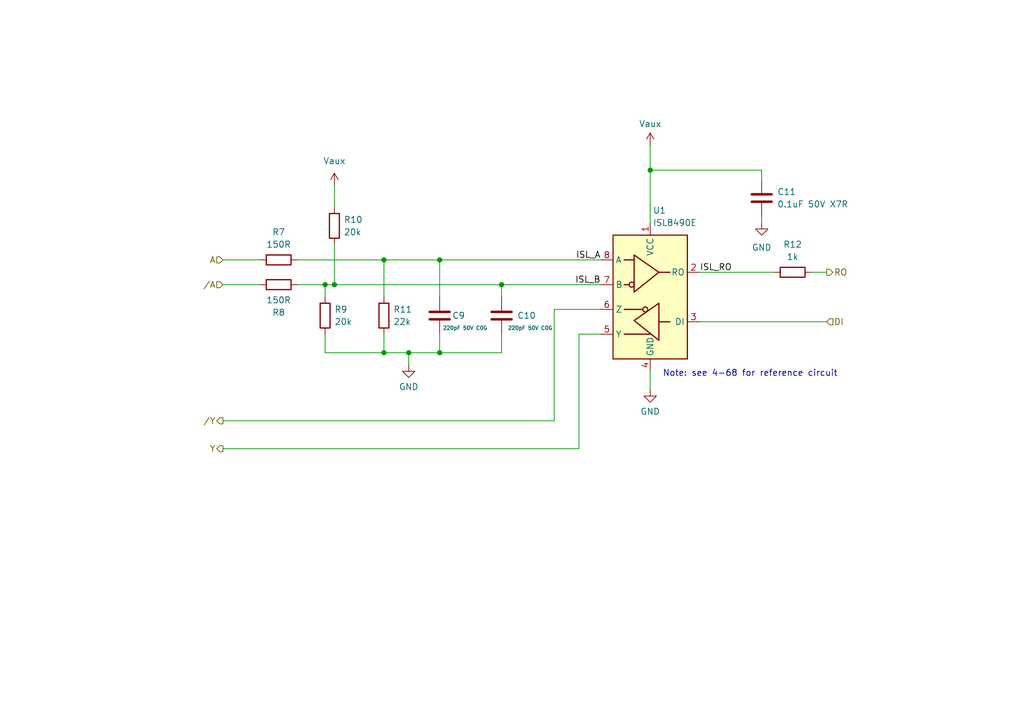
<source format=kicad_sch>
(kicad_sch (version 20230121) (generator eeschema)
  (paper "A5")
  (title_block (title "RS422 Interface") (date "2023-11-09") (rev "1") (company "EPFL XPlore") (comment 2 "Author : Federico Bise"))
  (lib_symbols
    (symbol "0_power_symbols:Vaux" (power) (pin_names (offset 0))
      (property "Value" "Vaux" (at 0 3.556 0))
      (symbol "Vaux_0_1"
        (polyline (pts (xy -0.762 1.27) (xy 0 2.54)))
        (polyline (pts (xy 0 0) (xy 0 2.54)))
        (polyline (pts (xy 0 2.54) (xy 0.762 1.27)))
      )
      (symbol "Vaux_1_1"
        (pin power_in line (at 0 0 90) (length 0) hide (name "Vaux") (number "1"))
      )
    )
    (symbol "0_transceiver:ISL8490E"
      (property "Reference" "U" (at -6.985 -13.97 0))
      (property "Value" "ISL8490E" (at 5.08 13.97 0))
      (symbol "ISL8490E_0_1"
        (rectangle (start -7.62 12.7) (end 7.62 -12.7) (stroke (width 0.254)) (fill (type background)))
        (polyline (pts (xy -1.778 -5.08) (xy -4.064 -5.08)) (stroke (width 0.254)))
        (polyline (pts (xy -1.778 5.08) (xy -4.064 5.08)) (stroke (width 0.254)))
        (polyline (pts (xy 0 -7.62) (xy 5.334 -7.62)) (stroke (width 0.254)))
        (polyline (pts (xy 1.524 -2.54) (xy 5.334 -2.54)) (stroke (width 0.254)))
        (polyline (pts (xy 3.302 7.62) (xy 5.334 7.62)) (stroke (width 0.254)))
        (polyline (pts (xy 4.318 2.54) (xy 5.334 2.54)) (stroke (width 0.254)))
        (polyline (pts (xy -1.778 -5.08) (xy -1.778 -1.27) (xy 3.302 -4.826) (xy -1.778 -8.89) (xy -1.778 -5.08)) (stroke (width 0.254)))
        (circle (center 1.016 -2.54) (radius 0.508) (stroke (width 0.254)))
      )
      (symbol "ISL8490E_1_1"
        (polyline (pts (xy 3.302 4.826) (xy 3.302 8.636) (xy -1.778 5.08) (xy 3.302 1.016) (xy 3.302 4.826)) (stroke (width 0.254)))
        (circle (center 3.81 2.54) (radius 0.508) (stroke (width 0.254)))
        (pin power_in line (at 0 15.24 270) (length 2.54) (name "VCC") (number "1"))
        (pin output line (at -10.16 5.08 0) (length 2.54) (name "RO") (number "2"))
        (pin input line (at -10.16 -5.08 0) (length 2.54) (name "DI") (number "3"))
        (pin power_in line (at 0 -15.24 90) (length 2.54) (name "GND") (number "4"))
        (pin output line (at 10.16 -7.62 180) (length 2.54) (name "Y") (number "5"))
        (pin output line (at 10.16 -2.54 180) (length 2.54) (name "Z") (number "6"))
        (pin input line (at 10.16 2.54 180) (length 2.54) (name "B") (number "7"))
        (pin input line (at 10.16 7.62 180) (length 2.54) (name "A") (number "8"))
      )
    )
    (symbol "Device:C" (pin_numbers hide) (pin_names (offset 0.254))
      (property "Reference" "C" (at 0.635 2.54 0))
      (property "Value" "C" (at 0.635 -2.54 0))
      (symbol "C_0_1"
        (polyline (pts (xy -2.032 -0.762) (xy 2.032 -0.762)) (stroke (width 0.508)))
        (polyline (pts (xy -2.032 0.762) (xy 2.032 0.762)) (stroke (width 0.508)))
      )
      (symbol "C_1_1"
        (pin passive line (at 0 3.81 270) (length 2.794) (name "~") (number "1"))
        (pin passive line (at 0 -3.81 90) (length 2.794) (name "~") (number "2"))
      )
    )
    (symbol "Device:R" (pin_numbers hide) (pin_names (offset 0))
      (property "Reference" "R" (at 2.032 0 90))
      (property "Value" "R" (at 0 0 90))
      (symbol "R_0_1"
        (rectangle (start -1.016 -2.54) (end 1.016 2.54) (stroke (width 0.254)))
      )
      (symbol "R_1_1"
        (pin passive line (at 0 3.81 270) (length 1.27) (name "~") (number "1"))
        (pin passive line (at 0 -3.81 90) (length 1.27) (name "~") (number "2"))
      )
    )
    (symbol "power:GND" (power) (pin_names (offset 0))
      (property "Value" "GND" (at 0 -3.81 0))
      (symbol "GND_0_1"
        (polyline (pts (xy 0 0) (xy 0 -1.27) (xy 1.27 -1.27) (xy 0 -2.54) (xy -1.27 -1.27) (xy 0 -1.27)))
      )
      (symbol "GND_1_1"
        (pin power_in line (at 0 0 270) (length 0) hide (name "GND") (number "1"))
      )
    )
  )
  (junction (at 83.82 72.39))
  (junction (at 68.58 58.42))
  (junction (at 102.87 58.42))
  (junction (at 78.74 53.34))
  (junction (at 78.74 72.39))
  (junction (at 90.17 72.39))
  (junction (at 90.17 53.34))
  (junction (at 133.35 34.925))
  (junction (at 66.675 58.42))
  (wire (pts (xy 113.665 63.5) (xy 113.665 86.36)))
  (wire (pts (xy 102.87 58.42) (xy 123.19 58.42)))
  (wire (pts (xy 45.72 86.36) (xy 113.665 86.36)))
  (wire (pts (xy 60.96 53.34) (xy 78.74 53.34)))
  (wire (pts (xy 102.87 58.42) (xy 102.87 60.96)))
  (wire (pts (xy 90.17 68.58) (xy 90.17 72.39)))
  (wire (pts (xy 90.17 53.34) (xy 123.19 53.34)))
  (wire (pts (xy 90.17 53.34) (xy 90.17 60.96)))
  (wire (pts (xy 90.17 72.39) (xy 83.82 72.39)))
  (wire (pts (xy 83.82 72.39) (xy 78.74 72.39)))
  (wire (pts (xy 166.37 55.88) (xy 169.545 55.88)))
  (wire (pts (xy 156.21 36.83) (xy 156.21 34.925)))
  (wire (pts (xy 102.87 72.39) (xy 90.17 72.39)))
  (wire (pts (xy 78.74 68.58) (xy 78.74 72.39)))
  (wire (pts (xy 60.96 58.42) (xy 66.675 58.42)))
  (wire (pts (xy 156.21 45.72) (xy 156.21 44.45)))
  (wire (pts (xy 156.21 34.925) (xy 133.35 34.925)))
  (wire (pts (xy 123.19 63.5) (xy 113.665 63.5)))
  (wire (pts (xy 66.675 58.42) (xy 66.675 60.96)))
  (wire (pts (xy 78.74 53.34) (xy 78.74 60.96)))
  (wire (pts (xy 68.58 50.165) (xy 68.58 58.42)))
  (wire (pts (xy 143.51 66.04) (xy 169.545 66.04)))
  (wire (pts (xy 133.35 34.925) (xy 133.35 45.72)))
  (wire (pts (xy 78.74 72.39) (xy 66.675 72.39)))
  (wire (pts (xy 102.87 72.39) (xy 102.87 68.58)))
  (wire (pts (xy 45.72 92.075) (xy 118.745 92.075)))
  (wire (pts (xy 83.82 72.39) (xy 83.82 74.93)))
  (wire (pts (xy 45.72 53.34) (xy 53.34 53.34)))
  (wire (pts (xy 123.19 68.58) (xy 118.745 68.58)))
  (wire (pts (xy 45.72 58.42) (xy 53.34 58.42)))
  (wire (pts (xy 66.675 72.39) (xy 66.675 68.58)))
  (wire (pts (xy 143.51 55.88) (xy 158.75 55.88)))
  (wire (pts (xy 68.58 58.42) (xy 102.87 58.42)))
  (wire (pts (xy 78.74 53.34) (xy 90.17 53.34)))
  (wire (pts (xy 133.35 29.845) (xy 133.35 34.925)))
  (wire (pts (xy 66.675 58.42) (xy 68.58 58.42)))
  (wire (pts (xy 118.745 68.58) (xy 118.745 92.075)))
  (wire (pts (xy 133.35 80.01) (xy 133.35 76.2)))
  (wire (pts (xy 68.58 38.1) (xy 68.58 42.545)))
  (text "Note: see 4-68 for reference circuit" (at 135.89 77.47 0) (effects (font (size 1.27 1.27)) (justify left bottom)))
  (label "ISL_A" (at 123.19 53.34 180))
  (label "ISL_RO" (at 143.51 55.88 0))
  (label "ISL_B" (at 123.19 58.42 180))
  (hierarchical_label "A" (shape input) (at 45.72 53.34 180))
  (hierarchical_label "DI" (shape input) (at 169.545 66.04 0))
  (hierarchical_label "{slash}Y" (shape output) (at 45.72 86.36 180))
  (hierarchical_label "{slash}A" (shape input) (at 45.72 58.42 180))
  (hierarchical_label "RO" (shape output) (at 169.545 55.88 0))
  (hierarchical_label "Y" (shape output) (at 45.72 92.075 180))
  (symbol (lib_id "0_power_symbols:Vaux") (at 68.58 38.1 0) (unit 1)
    (property "Reference" "#PWR044" (effects hide))
    (property "Value" "Vsensor" (at 68.58 33.02 0))
    (instances (project "nav_lower_controller" (path "" (reference "#PWR044") (unit 1)) (path "" (reference "#PWR044") (unit 1))) (project "nav_controller_interface_v2" (path "" (reference "#PWR0602") (unit 1))))
  )
  (symbol (lib_id "Device:C") (at 102.87 64.77 0) (unit 1)
    (property "Reference" "C10" (at 106.045 64.77 0) (effects (justify left)))
    (property "Value" "220pF 50V C0G" (at 104.14 67.31 0) (effects (font (size 0.762 0.762)) (justify left)))
    (property "Footprint" "Capacitor_SMD:C_0603_1608Metric" (effects hide))
    (property "Datasheet" "https://www.mouser.ch/datasheet/2/315/AOA0000C304-1149620.pdf" (effects hide))
    (property "Distributor" "Mouser" (effects hide))
    (property "Distributor ref" "667-ERJ-3EKF2202V" (effects hide))
    (property "Manufacturer ref" "ERJ-3EKF2202V" (effects hide))
    (instances (project "nav_lower_controller" (path "" (reference "C10") (unit 1)) (path "" (reference "C10") (unit 1))) (project "nav_controller_interface_v2" (path "" (reference "C602") (unit 1))))
  )
  (symbol (lib_id "Device:R") (at 66.675 64.77 0) (unit 1)
    (property "Reference" "R9" (at 68.58 63.4999 0) (effects (justify left)))
    (property "Value" "20k" (at 68.58 66.0399 0) (effects (justify left)))
    (property "Footprint" "Resistor_SMD:R_0603_1608Metric" (effects hide))
    (property "Datasheet" "https://www.mouser.ch/datasheet/2/348/ROHM_S_A0011096274_1-2563284.pdf" (effects hide))
    (property "Distributor" "Mouser" (effects hide))
    (property "Distributor ref" "755-SDR03EZPF2002" (effects hide))
    (property "Manufacturer ref" "SDR03EZPF2002" (effects hide))
    (instances (project "nav_lower_controller" (path "" (reference "R9") (unit 1)) (path "" (reference "R9") (unit 1))) (project "nav_controller_interface_v2" (path "" (reference "R603") (unit 1))))
  )
  (symbol (lib_id "power:GND") (at 83.82 74.93 0) (unit 1)
    (property "Reference" "#PWR049" (effects hide))
    (property "Value" "GND" (at 83.82 79.375 0))
    (instances (project "nav_lower_controller" (path "" (reference "#PWR049") (unit 1)) (path "" (reference "#PWR049") (unit 1))) (project "nav_controller_interface_v2" (path "" (reference "#PWR0607") (unit 1))))
  )
  (symbol (lib_id "0_transceiver:ISL8490E") (at 133.35 60.96 0) (mirror y) (unit 1)
    (property "Reference" "U1" (at 133.8706 43.18 0) (effects (justify right)))
    (property "Value" "ISL8490E" (at 133.8706 45.72 0) (effects (justify right)))
    (property "Footprint" "0_transceiver:ISL8490E-SOIC-8" (effects hide))
    (property "Datasheet" "https://www.mouser.ch/datasheet/2/698/REN_isl8488e_89e_90e_91e_DST_20220203-1998736.pdf" (effects hide))
    (property "Distributor" "Mouser" (effects hide))
    (property "Distributor ref" "968-ISL8490EIBZ-T" (effects hide))
    (property "Manufacturer ref" "ISL8490EIBZ-T" (effects hide))
    (instances (project "nav_lower_controller" (path "" (reference "U1") (unit 1)) (path "" (reference "U1") (unit 1))) (project "nav_controller_interface_v2" (path "" (reference "U601") (unit 1))))
  )
  (symbol (lib_id "Device:C") (at 90.17 64.77 0) (unit 1)
    (property "Reference" "C9" (at 92.71 64.77 0) (effects (justify left)))
    (property "Value" "220pF 50V C0G" (at 90.805 67.31 0) (effects (font (size 0.762 0.762)) (justify left)))
    (property "Footprint" "Capacitor_SMD:C_0603_1608Metric" (effects hide))
    (property "Datasheet" "https://www.mouser.ch/datasheet/2/315/AOA0000C304-1149620.pdf" (effects hide))
    (property "Distributor" "Mouser" (effects hide))
    (property "Distributor ref" "667-ERJ-3EKF2202V" (effects hide))
    (property "Manufacturer ref" "ERJ-3EKF2202V" (effects hide))
    (instances (project "nav_lower_controller" (path "" (reference "C9") (unit 1)) (path "" (reference "C9") (unit 1))) (project "nav_controller_interface_v2" (path "" (reference "C601") (unit 1))))
  )
  (symbol (lib_id "power:GND") (at 133.35 80.01 0) (unit 1)
    (property "Reference" "#PWR049" (effects hide))
    (property "Value" "GND" (at 133.35 84.455 0))
    (instances (project "nav_lower_controller" (path "" (reference "#PWR049") (unit 1)) (path "" (reference "#PWR0101") (unit 1))) (project "nav_controller_interface_v2" (path "" (reference "#PWR0607") (unit 1))))
  )
  (symbol (lib_id "Device:C") (at 156.21 40.64 0) (unit 1)
    (property "Reference" "C11" (at 159.385 39.3699 0) (effects (justify left)))
    (property "Value" "0.1uF 50V X7R" (at 159.385 41.9099 0) (effects (justify left)))
    (property "Footprint" "Capacitor_SMD:C_0603_1608Metric" (effects hide))
    (property "Datasheet" "https://www.mouser.ch/datasheet/2/212/KEM_C1023_X7R_AUTO_SMD-1093309.pdf" (effects hide))
    (property "Distributor" "Mouser" (effects hide))
    (property "Distributor ref" "80-C603C104K5RAC3121" (effects hide))
    (property "Manufacturer ref" "C0603C104K5RAC3121" (effects hide))
    (instances (project "nav_lower_controller" (path "" (reference "C11") (unit 1)) (path "" (reference "C11") (unit 1))) (project "nav_controller_interface_v2" (path "" (reference "C603") (unit 1))))
  )
  (symbol (lib_id "0_power_symbols:Vaux") (at 133.35 29.845 0) (unit 1)
    (property "Reference" "#PWR048" (effects hide))
    (property "Value" "Vsensor" (at 133.35 25.4 0))
    (instances (project "nav_lower_controller" (path "" (reference "#PWR048") (unit 1)) (path "" (reference "#PWR048") (unit 1))) (project "nav_controller_interface_v2" (path "" (reference "#PWR0606") (unit 1))))
  )
  (symbol (lib_id "Device:R") (at 68.58 46.355 0) (unit 1)
    (property "Reference" "R10" (at 70.485 45.0849 0) (effects (justify left)))
    (property "Value" "20k" (at 70.485 47.6249 0) (effects (justify left)))
    (property "Footprint" "Resistor_SMD:R_0603_1608Metric" (effects hide))
    (property "Datasheet" "https://www.mouser.ch/datasheet/2/348/ROHM_S_A0011096274_1-2563284.pdf" (effects hide))
    (property "Distributor" "Mouser" (effects hide))
    (property "Distributor ref" "755-SDR03EZPF2002" (effects hide))
    (property "Manufacturer ref" "SDR03EZPF2002" (effects hide))
    (instances (project "nav_lower_controller" (path "" (reference "R10") (unit 1)) (path "" (reference "R10") (unit 1))) (project "nav_controller_interface_v2" (path "" (reference "R604") (unit 1))))
  )
  (symbol (lib_id "power:GND") (at 156.21 45.72 0) (unit 1)
    (property "Reference" "#PWR050" (effects hide))
    (property "Value" "GND" (at 156.21 50.8 0))
    (instances (project "nav_lower_controller" (path "" (reference "#PWR050") (unit 1)) (path "" (reference "#PWR050") (unit 1))) (project "nav_controller_interface_v2" (path "" (reference "#PWR0608") (unit 1))))
  )
  (symbol (lib_id "Device:R") (at 78.74 64.77 0) (unit 1)
    (property "Reference" "R11" (at 80.645 63.4999 0) (effects (justify left)))
    (property "Value" "22k" (at 80.645 66.0399 0) (effects (justify left)))
    (property "Footprint" "Resistor_SMD:R_0603_1608Metric" (effects hide))
    (property "Datasheet" "https://www.mouser.ch/datasheet/2/315/AOA0000C304-1149620.pdf" (effects hide))
    (property "Distributor" "Mouser" (effects hide))
    (property "Distributor ref" "667-ERJ-3EKF2202V" (effects hide))
    (property "Manufacturer ref" "ERJ-3EKF2202V" (effects hide))
    (instances (project "nav_lower_controller" (path "" (reference "R11") (unit 1)) (path "" (reference "R11") (unit 1))) (project "nav_controller_interface_v2" (path "" (reference "R605") (unit 1))))
  )
  (symbol (lib_id "Device:R") (at 57.15 58.42 90) (mirror x) (unit 1)
    (property "Reference" "R8" (at 57.15 64.135 90))
    (property "Value" "150R" (at 57.15 61.595 90))
    (property "Footprint" "Resistor_SMD:R_0603_1608Metric" (effects hide))
    (property "Datasheet" "https://www.mouser.ch/datasheet/2/427/crcwhpe3-1713858.pdf" (effects hide))
    (property "Distributor" "Mouser" (effects hide))
    (property "Distributor ref" "71-CRCW0603150RFKEAH" (effects hide))
    (property "Manufacturer ref" "CRCW0603150RFKEAHP" (effects hide))
    (instances (project "nav_lower_controller" (path "" (reference "R8") (unit 1)) (path "" (reference "R8") (unit 1))) (project "nav_controller_interface_v2" (path "" (reference "R602") (unit 1))))
  )
  (symbol (lib_id "Device:R") (at 57.15 53.34 90) (unit 1)
    (property "Reference" "R7" (at 57.15 47.625 90))
    (property "Value" "150R" (at 57.15 50.165 90))
    (property "Footprint" "Resistor_SMD:R_0603_1608Metric" (effects hide))
    (property "Datasheet" "https://www.mouser.ch/datasheet/2/427/crcwhpe3-1713858.pdf" (effects hide))
    (property "Distributor" "Mouser" (effects hide))
    (property "Distributor ref" "71-CRCW0603150RFKEAH" (effects hide))
    (property "Manufacturer ref" "CRCW0603150RFKEAHP" (effects hide))
    (instances (project "nav_lower_controller" (path "" (reference "R7") (unit 1)) (path "" (reference "R7") (unit 1))) (project "nav_controller_interface_v2" (path "" (reference "R601") (unit 1))))
  )
  (symbol (lib_id "Device:R") (at 162.56 55.88 90) (unit 1)
    (property "Reference" "R12" (at 162.56 50.165 90))
    (property "Value" "1k" (at 162.56 52.705 90))
    (property "Footprint" "Resistor_SMD:R_0603_1608Metric" (effects hide))
    (property "Datasheet" "https://www.mouser.ch/datasheet/2/427/crcwhpe3-1713858.pdf" (effects hide))
    (property "Distributor" "Mouser" (effects hide))
    (property "Distributor ref" "71-CRCW06031K00FKEAH" (effects hide))
    (property "Manufacturer ref" "CRCW06031K00FKEAHP" (effects hide))
    (instances (project "nav_lower_controller" (path "" (reference "R12") (unit 1)) (path "" (reference "R12") (unit 1))) (project "nav_controller_interface_v2" (path "" (reference "R606") (unit 1))))
  )
)
</source>
